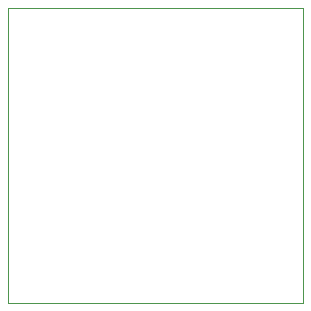
<source format=gbr>
%TF.GenerationSoftware,KiCad,Pcbnew,(6.0.7)*%
%TF.CreationDate,2022-08-07T18:23:06-05:00*%
%TF.ProjectId,ADS1219,41445331-3231-4392-9e6b-696361645f70,4*%
%TF.SameCoordinates,Original*%
%TF.FileFunction,Profile,NP*%
%FSLAX46Y46*%
G04 Gerber Fmt 4.6, Leading zero omitted, Abs format (unit mm)*
G04 Created by KiCad (PCBNEW (6.0.7)) date 2022-08-07 18:23:06*
%MOMM*%
%LPD*%
G01*
G04 APERTURE LIST*
%TA.AperFunction,Profile*%
%ADD10C,0.100000*%
%TD*%
G04 APERTURE END LIST*
D10*
X158000000Y-74000000D02*
X183000000Y-74000000D01*
X183000000Y-74000000D02*
X183000000Y-99000000D01*
X183000000Y-99000000D02*
X158000000Y-99000000D01*
X158000000Y-99000000D02*
X158000000Y-74000000D01*
M02*

</source>
